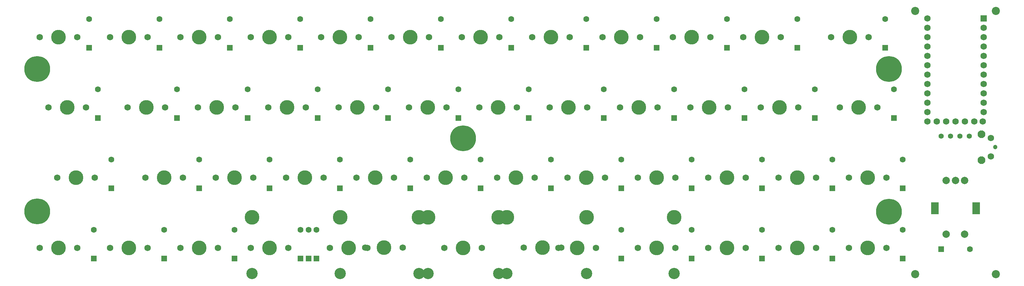
<source format=gts>
G04 #@! TF.GenerationSoftware,KiCad,Pcbnew,(5.99.0-11526-gd613292b67)*
G04 #@! TF.CreationDate,2021-11-07T01:25:43-05:00*
G04 #@! TF.ProjectId,Whimsy,5768696d-7379-42e6-9b69-6361645f7063,0.2*
G04 #@! TF.SameCoordinates,Original*
G04 #@! TF.FileFunction,Soldermask,Top*
G04 #@! TF.FilePolarity,Negative*
%FSLAX46Y46*%
G04 Gerber Fmt 4.6, Leading zero omitted, Abs format (unit mm)*
G04 Created by KiCad (PCBNEW (5.99.0-11526-gd613292b67)) date 2021-11-07 01:25:43*
%MOMM*%
%LPD*%
G01*
G04 APERTURE LIST*
%ADD10R,1.600000X1.600000*%
%ADD11C,1.600000*%
%ADD12C,3.048000*%
%ADD13C,3.987800*%
%ADD14C,2.200000*%
%ADD15C,7.000240*%
%ADD16C,1.750000*%
%ADD17C,1.397000*%
%ADD18C,2.000000*%
%ADD19R,2.000000X3.200000*%
%ADD20C,1.200000*%
%ADD21C,2.100000*%
%ADD22R,1.752600X1.752600*%
%ADD23C,1.752600*%
G04 APERTURE END LIST*
D10*
X211890100Y-84707050D03*
D11*
X211890100Y-76907050D03*
D10*
X192840100Y-84707050D03*
D11*
X192840100Y-76907050D03*
D10*
X173790100Y-84707050D03*
D11*
X173790100Y-76907050D03*
D10*
X230940100Y-84707050D03*
D11*
X230940100Y-76907050D03*
D10*
X36788850Y-84707050D03*
D11*
X36788850Y-76907050D03*
D10*
X35677600Y-122807050D03*
D11*
X35677600Y-115007050D03*
D10*
X58220100Y-84707050D03*
D11*
X58220100Y-76907050D03*
D10*
X64252600Y-103757050D03*
D11*
X64252600Y-95957050D03*
D10*
X54727600Y-122807050D03*
D11*
X54727600Y-115007050D03*
D10*
X83302600Y-103757050D03*
D11*
X83302600Y-95957050D03*
D10*
X73777600Y-122807050D03*
D11*
X73777600Y-115007050D03*
D10*
X96320100Y-84707050D03*
D11*
X96320100Y-76907050D03*
D10*
X115370100Y-84707050D03*
D11*
X115370100Y-76907050D03*
D10*
X121402600Y-103757050D03*
D11*
X121402600Y-95957050D03*
D10*
X134420100Y-84707050D03*
D11*
X134420100Y-76907050D03*
D10*
X140452600Y-103757050D03*
D11*
X140452600Y-95957050D03*
D10*
X153470100Y-84707050D03*
D11*
X153470100Y-76907050D03*
D10*
X159502600Y-103757050D03*
D11*
X159502600Y-95957050D03*
D10*
X178552600Y-122807050D03*
D11*
X178552600Y-115007050D03*
D10*
X178552600Y-103757050D03*
D11*
X178552600Y-95957050D03*
D10*
X197602600Y-122807050D03*
D11*
X197602600Y-115007050D03*
D10*
X197602600Y-103757050D03*
D11*
X197602600Y-95957050D03*
D10*
X216652600Y-122807050D03*
D11*
X216652600Y-115007050D03*
D10*
X216652600Y-103757050D03*
D11*
X216652600Y-95957050D03*
D10*
X235702600Y-103757050D03*
D11*
X235702600Y-95957050D03*
D10*
X254752600Y-103757050D03*
D11*
X254752600Y-95957050D03*
D10*
X265136800Y-120256727D03*
D11*
X272936800Y-120256727D03*
D10*
X77333600Y-84738800D03*
D11*
X77333600Y-76938800D03*
D10*
X235702600Y-122807050D03*
D11*
X235702600Y-115007050D03*
D10*
X207127600Y-65688800D03*
D11*
X207127600Y-57888800D03*
D10*
X91557600Y-65688800D03*
D11*
X91557600Y-57888800D03*
D10*
X72507600Y-65688800D03*
D11*
X72507600Y-57888800D03*
D10*
X53457600Y-65688800D03*
D11*
X53457600Y-57888800D03*
D10*
X34407600Y-65688800D03*
D11*
X34407600Y-57888800D03*
D10*
X110607600Y-65688800D03*
D11*
X110607600Y-57888800D03*
D10*
X188077600Y-65688800D03*
D11*
X188077600Y-57888800D03*
D10*
X129657600Y-65688800D03*
D11*
X129657600Y-57888800D03*
D10*
X226177600Y-65688800D03*
D11*
X226177600Y-57888800D03*
D10*
X169027600Y-65688800D03*
D11*
X169027600Y-57888800D03*
D10*
X148707600Y-65688800D03*
D11*
X148707600Y-57888800D03*
D10*
X249990100Y-65688800D03*
D11*
X249990100Y-57888800D03*
D10*
X252371350Y-84707050D03*
D11*
X252371350Y-76907050D03*
D10*
X254752600Y-122807050D03*
D11*
X254752600Y-115007050D03*
D10*
X40440100Y-103757050D03*
D11*
X40440100Y-95957050D03*
D10*
X102352600Y-103757050D03*
D11*
X102352600Y-95957050D03*
D12*
X192840100Y-126892050D03*
X78540100Y-126892050D03*
D13*
X192840100Y-111652050D03*
X78540100Y-111652050D03*
D14*
X258165600Y-127036800D03*
X279953600Y-127036800D03*
D15*
X135737600Y-90220800D03*
X250990100Y-110096300D03*
X250990100Y-71424800D03*
X20421600Y-110032800D03*
X20421600Y-71424800D03*
D14*
X258165600Y-55676800D03*
X279953600Y-55676800D03*
D13*
X26152600Y-62757050D03*
D16*
X21072600Y-62757050D03*
X31232600Y-62757050D03*
X33613850Y-81807050D03*
X23453850Y-81807050D03*
D13*
X28533850Y-81807050D03*
D16*
X35995100Y-100857050D03*
D13*
X30915100Y-100857050D03*
D16*
X25835100Y-100857050D03*
X31232600Y-119907050D03*
X21072600Y-119907050D03*
D13*
X26152600Y-119907050D03*
D16*
X50282600Y-62757050D03*
D13*
X45202600Y-62757050D03*
D16*
X40122600Y-62757050D03*
X44885100Y-81807050D03*
X55045100Y-81807050D03*
D13*
X49965100Y-81807050D03*
D16*
X49647600Y-100857050D03*
D13*
X54727600Y-100857050D03*
D16*
X59807600Y-100857050D03*
D13*
X45202600Y-119907050D03*
D16*
X50282600Y-119907050D03*
X40122600Y-119907050D03*
X69332600Y-62757050D03*
D13*
X64252600Y-62757050D03*
D16*
X59172600Y-62757050D03*
D13*
X69015100Y-81807050D03*
D16*
X74095100Y-81807050D03*
X63935100Y-81807050D03*
X68697600Y-100857050D03*
D13*
X73777600Y-100857050D03*
D16*
X78857600Y-100857050D03*
X69332600Y-119907050D03*
D13*
X64252600Y-119907050D03*
D16*
X59172600Y-119907050D03*
X88382600Y-62757050D03*
X78222600Y-62757050D03*
D13*
X83302600Y-62757050D03*
D16*
X82985100Y-81807050D03*
D13*
X88065100Y-81807050D03*
D16*
X93145100Y-81807050D03*
X97907600Y-100857050D03*
D13*
X92827600Y-100857050D03*
D16*
X87747600Y-100857050D03*
X78222600Y-119907050D03*
X88382600Y-119907050D03*
D13*
X83302600Y-119907050D03*
D16*
X107432600Y-62757050D03*
X97272600Y-62757050D03*
D13*
X102352600Y-62757050D03*
D16*
X112195100Y-81807050D03*
D13*
X107115100Y-81807050D03*
D16*
X102035100Y-81807050D03*
X116957600Y-100857050D03*
X106797600Y-100857050D03*
D13*
X111877600Y-100857050D03*
X104733850Y-119907050D03*
D16*
X109813850Y-119907050D03*
X99653850Y-119907050D03*
D13*
X121402600Y-62757050D03*
D16*
X126482600Y-62757050D03*
X116322600Y-62757050D03*
D13*
X126165100Y-81807050D03*
D16*
X121085100Y-81807050D03*
X131245100Y-81807050D03*
X136007600Y-100857050D03*
D13*
X130927600Y-100857050D03*
D16*
X125847600Y-100857050D03*
X145532600Y-62757050D03*
D13*
X140452600Y-62757050D03*
D16*
X135372600Y-62757050D03*
D13*
X145215100Y-81807050D03*
D16*
X140135100Y-81807050D03*
X150295100Y-81807050D03*
X144897600Y-100857050D03*
D13*
X149977600Y-100857050D03*
D16*
X155057600Y-100857050D03*
D13*
X159502600Y-62757050D03*
D16*
X164582600Y-62757050D03*
X154422600Y-62757050D03*
D13*
X164265100Y-81807050D03*
D16*
X169345100Y-81807050D03*
X159185100Y-81807050D03*
D13*
X169027600Y-100857050D03*
D16*
X174107600Y-100857050D03*
X163947600Y-100857050D03*
X182997600Y-119907050D03*
X193157600Y-119907050D03*
D13*
X188077600Y-119907050D03*
X178552600Y-62757050D03*
D16*
X173472600Y-62757050D03*
X183632600Y-62757050D03*
X188395100Y-81807050D03*
D13*
X183315100Y-81807050D03*
D16*
X178235100Y-81807050D03*
X182997600Y-100857050D03*
D13*
X188077600Y-100857050D03*
D16*
X193157600Y-100857050D03*
X202047600Y-119907050D03*
X212207600Y-119907050D03*
D13*
X207127600Y-119907050D03*
D16*
X192522600Y-62757050D03*
X202682600Y-62757050D03*
D13*
X197602600Y-62757050D03*
D16*
X197285100Y-81807050D03*
X207445100Y-81807050D03*
D13*
X202365100Y-81807050D03*
X207127600Y-100857050D03*
D16*
X212207600Y-100857050D03*
X202047600Y-100857050D03*
X221097600Y-119938800D03*
D13*
X226177600Y-119938800D03*
D16*
X231257600Y-119938800D03*
D13*
X216652600Y-62757050D03*
D16*
X211572600Y-62757050D03*
X221732600Y-62757050D03*
X216335100Y-81807050D03*
D13*
X221415100Y-81807050D03*
D16*
X226495100Y-81807050D03*
X231257600Y-100857050D03*
D13*
X226177600Y-100857050D03*
D16*
X221097600Y-100857050D03*
X250307600Y-119907050D03*
D13*
X245227600Y-119907050D03*
D16*
X240147600Y-119907050D03*
X245545100Y-62757050D03*
X235385100Y-62757050D03*
D13*
X240465100Y-62757050D03*
X242846350Y-81807050D03*
D16*
X247926350Y-81807050D03*
X237766350Y-81807050D03*
D13*
X245227600Y-100857050D03*
D16*
X240147600Y-100857050D03*
X250307600Y-100857050D03*
D17*
X272796000Y-89664217D03*
X270256000Y-89664217D03*
X267716000Y-89664217D03*
X265176000Y-89664217D03*
D18*
X271536800Y-101678037D03*
X266536800Y-101678037D03*
X269036800Y-101678037D03*
D19*
X274636800Y-109178037D03*
X263436800Y-109178037D03*
D18*
X266536800Y-116178037D03*
X271536800Y-116178037D03*
D12*
X123783850Y-126892050D03*
X147596350Y-126892050D03*
D13*
X123783850Y-111652050D03*
D16*
X130610100Y-119907050D03*
X140770100Y-119907050D03*
D13*
X147596350Y-111652050D03*
X135690100Y-119907050D03*
X157226000Y-119888000D03*
D16*
X152146000Y-119888000D03*
D13*
X145319750Y-111633000D03*
D16*
X162306000Y-119888000D03*
D12*
X145319750Y-126873000D03*
X169132250Y-126873000D03*
D13*
X169132250Y-111633000D03*
X166646350Y-119907050D03*
D16*
X161566350Y-119907050D03*
X171726350Y-119907050D03*
X109220000Y-119888000D03*
X119380000Y-119888000D03*
D13*
X102393750Y-111633000D03*
D12*
X102393750Y-126873000D03*
X126206250Y-126873000D03*
D13*
X114300000Y-119888000D03*
X126206250Y-111633000D03*
D10*
X93853000Y-122807050D03*
D11*
X93853000Y-115007050D03*
D10*
X96012000Y-122807050D03*
D11*
X96012000Y-115007050D03*
D10*
X91694000Y-122807050D03*
D11*
X91694000Y-115007050D03*
D20*
X279810000Y-92600000D03*
D21*
X276110000Y-89100000D03*
X276110000Y-96110000D03*
D16*
X278600000Y-90100000D03*
X278600000Y-95100000D03*
D22*
X276655600Y-57736477D03*
D23*
X276655600Y-60276477D03*
X276655600Y-62816477D03*
X276655600Y-65356477D03*
X276655600Y-67896477D03*
X276655600Y-70436477D03*
X276655600Y-72976477D03*
X276655600Y-75516477D03*
X276655600Y-78056477D03*
X276655600Y-80596477D03*
X276655600Y-83136477D03*
X276427000Y-85676477D03*
X261415600Y-85676477D03*
X261415600Y-83136477D03*
X261415600Y-80596477D03*
X261415600Y-78056477D03*
X261415600Y-75516477D03*
X261415600Y-72976477D03*
X261415600Y-70436477D03*
X261415600Y-67896477D03*
X261415600Y-65356477D03*
X261415600Y-62816477D03*
X261415600Y-60276477D03*
X261415600Y-57736477D03*
X274115600Y-85676477D03*
X271575600Y-85676477D03*
X269035600Y-85676477D03*
X266495600Y-85676477D03*
X263955600Y-85676477D03*
M02*

</source>
